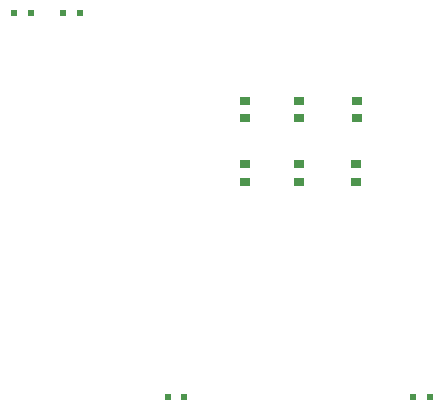
<source format=gtp>
G04*
G04 #@! TF.GenerationSoftware,Altium Limited,Altium Designer,20.1.8 (145)*
G04*
G04 Layer_Color=8421504*
%FSLAX25Y25*%
%MOIN*%
G70*
G04*
G04 #@! TF.SameCoordinates,FB41AF91-CB0D-428D-8178-E64408BCF0C5*
G04*
G04*
G04 #@! TF.FilePolarity,Positive*
G04*
G01*
G75*
%ADD18R,0.02362X0.02362*%
%ADD19R,0.03543X0.02756*%
D18*
X151575Y13740D02*
D03*
X157087D02*
D03*
X18531Y141550D02*
D03*
X24043D02*
D03*
X34926D02*
D03*
X40438D02*
D03*
X69685Y13740D02*
D03*
X75197D02*
D03*
D19*
X132535Y91371D02*
D03*
Y85466D02*
D03*
X113535Y91371D02*
D03*
Y85466D02*
D03*
X95535Y91371D02*
D03*
Y85466D02*
D03*
X132677Y106496D02*
D03*
Y112402D02*
D03*
X113535Y106512D02*
D03*
Y112417D02*
D03*
X95535D02*
D03*
Y106512D02*
D03*
M02*

</source>
